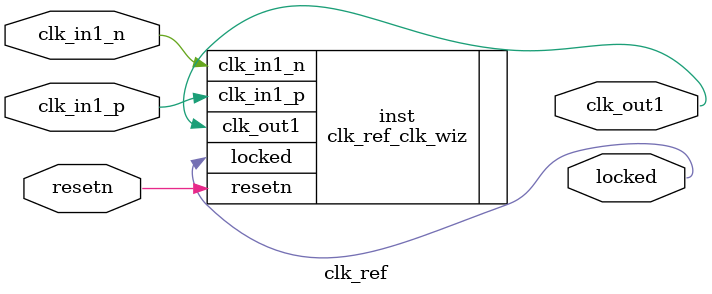
<source format=v>


`timescale 1ps/1ps

(* CORE_GENERATION_INFO = "clk_ref,clk_wiz_v6_0_3_0_0,{component_name=clk_ref,use_phase_alignment=true,use_min_o_jitter=false,use_max_i_jitter=false,use_dyn_phase_shift=false,use_inclk_switchover=false,use_dyn_reconfig=false,enable_axi=0,feedback_source=FDBK_AUTO,PRIMITIVE=MMCM,num_out_clk=1,clkin1_period=5.000,clkin2_period=10.0,use_power_down=false,use_reset=true,use_locked=true,use_inclk_stopped=false,feedback_type=SINGLE,CLOCK_MGR_TYPE=NA,manual_override=false}" *)

module clk_ref 
 (
  // Clock out ports
  output        clk_out1,
  // Status and control signals
  input         resetn,
  output        locked,
 // Clock in ports
  input         clk_in1_p,
  input         clk_in1_n
 );

  clk_ref_clk_wiz inst
  (
  // Clock out ports  
  .clk_out1(clk_out1),
  // Status and control signals               
  .resetn(resetn), 
  .locked(locked),
 // Clock in ports
  .clk_in1_p(clk_in1_p),
  .clk_in1_n(clk_in1_n)
  );

endmodule

</source>
